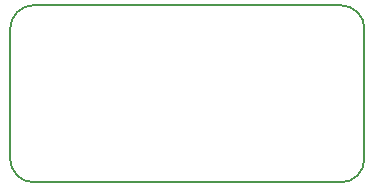
<source format=gbr>
%TF.GenerationSoftware,KiCad,Pcbnew,8.0.3*%
%TF.CreationDate,2024-06-23T22:17:52-05:00*%
%TF.ProjectId,TagConnectAdapter,54616743-6f6e-46e6-9563-744164617074,rev?*%
%TF.SameCoordinates,Original*%
%TF.FileFunction,Profile,NP*%
%FSLAX46Y46*%
G04 Gerber Fmt 4.6, Leading zero omitted, Abs format (unit mm)*
G04 Created by KiCad (PCBNEW 8.0.3) date 2024-06-23 22:17:52*
%MOMM*%
%LPD*%
G01*
G04 APERTURE LIST*
%TA.AperFunction,Profile*%
%ADD10C,0.200000*%
%TD*%
G04 APERTURE END LIST*
D10*
X132325000Y-79950000D02*
X158325000Y-79950000D01*
X160325000Y-81950000D02*
X160325000Y-92950000D01*
X158325000Y-94950000D02*
X132325000Y-94950000D01*
X130325000Y-92950000D02*
X130325000Y-81950000D01*
X158325000Y-79950000D02*
G75*
G02*
X160325000Y-81950000I0J-2000000D01*
G01*
X160325000Y-92950000D02*
G75*
G02*
X158325000Y-94950000I-2000000J0D01*
G01*
X130325000Y-81950000D02*
G75*
G02*
X132325000Y-79950000I2000000J0D01*
G01*
X132325000Y-94950000D02*
G75*
G02*
X130325000Y-92950000I0J2000000D01*
G01*
M02*

</source>
